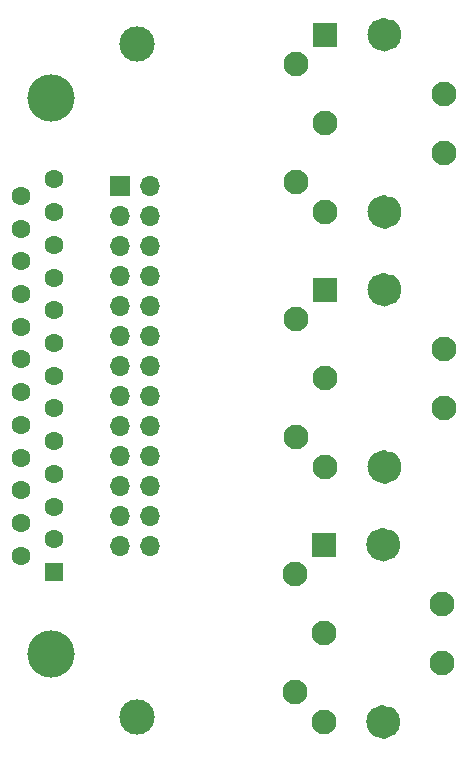
<source format=gbr>
%TF.GenerationSoftware,KiCad,Pcbnew,(5.1.10-1-10_14)*%
%TF.CreationDate,2021-11-16T12:10:24+01:00*%
%TF.ProjectId,Atari Export,41746172-6920-4457-9870-6f72742e6b69,rev?*%
%TF.SameCoordinates,Original*%
%TF.FileFunction,Soldermask,Bot*%
%TF.FilePolarity,Negative*%
%FSLAX46Y46*%
G04 Gerber Fmt 4.6, Leading zero omitted, Abs format (unit mm)*
G04 Created by KiCad (PCBNEW (5.1.10-1-10_14)) date 2021-11-16 12:10:24*
%MOMM*%
%LPD*%
G01*
G04 APERTURE LIST*
%ADD10C,1.449000*%
%ADD11C,3.000000*%
%ADD12C,4.000000*%
%ADD13C,1.600000*%
%ADD14R,1.600000X1.600000*%
%ADD15O,1.700000X1.700000*%
%ADD16R,1.700000X1.700000*%
%ADD17C,2.390000*%
%ADD18C,2.100000*%
%ADD19R,2.100000X2.100000*%
G04 APERTURE END LIST*
D10*
%TO.C,J3*%
X125692500Y-84340000D02*
G75*
G03*
X125692500Y-84340000I-724500J0D01*
G01*
X125692500Y-69330000D02*
G75*
G03*
X125692500Y-69330000I-724500J0D01*
G01*
%TO.C,J2*%
X125692500Y-62750000D02*
G75*
G03*
X125692500Y-62750000I-724500J0D01*
G01*
X125692500Y-47740000D02*
G75*
G03*
X125692500Y-47740000I-724500J0D01*
G01*
%TO.C,J4*%
X125592000Y-105930000D02*
G75*
G03*
X125592000Y-105930000I-724500J0D01*
G01*
X125592000Y-90920000D02*
G75*
G03*
X125592000Y-90920000I-724500J0D01*
G01*
%TD*%
D11*
%TO.C,REF\u002A\u002A*%
X104000000Y-105500000D03*
%TD*%
%TO.C,REF\u002A\u002A*%
X104000000Y-48500000D03*
%TD*%
D12*
%TO.C,J1*%
X96700000Y-100180000D03*
X96700000Y-53080000D03*
D13*
X94160000Y-61395000D03*
X94160000Y-64165000D03*
X94160000Y-66935000D03*
X94160000Y-69705000D03*
X94160000Y-72475000D03*
X94160000Y-75245000D03*
X94160000Y-78015000D03*
X94160000Y-80785000D03*
X94160000Y-83555000D03*
X94160000Y-86325000D03*
X94160000Y-89095000D03*
X94160000Y-91865000D03*
X97000000Y-60010000D03*
X97000000Y-62780000D03*
X97000000Y-65550000D03*
X97000000Y-68320000D03*
X97000000Y-71090000D03*
X97000000Y-73860000D03*
X97000000Y-76630000D03*
X97000000Y-79400000D03*
X97000000Y-82170000D03*
X97000000Y-84940000D03*
X97000000Y-87710000D03*
X97000000Y-90480000D03*
D14*
X97000000Y-93250000D03*
%TD*%
D15*
%TO.C,J5*%
X105105200Y-91033600D03*
X102565200Y-91033600D03*
X105105200Y-88493600D03*
X102565200Y-88493600D03*
X105105200Y-85953600D03*
X102565200Y-85953600D03*
X105105200Y-83413600D03*
X102565200Y-83413600D03*
X105105200Y-80873600D03*
X102565200Y-80873600D03*
X105105200Y-78333600D03*
X102565200Y-78333600D03*
X105105200Y-75793600D03*
X102565200Y-75793600D03*
X105105200Y-73253600D03*
X102565200Y-73253600D03*
X105105200Y-70713600D03*
X102565200Y-70713600D03*
X105105200Y-68173600D03*
X102565200Y-68173600D03*
X105105200Y-65633600D03*
X102565200Y-65633600D03*
X105105200Y-63093600D03*
X102565200Y-63093600D03*
X105105200Y-60553600D03*
D16*
X102565200Y-60553600D03*
%TD*%
D17*
%TO.C,J3*%
X124968000Y-84340000D03*
X124968000Y-69330000D03*
D18*
X129968000Y-79335000D03*
X129968000Y-74335000D03*
X119958000Y-76835000D03*
X119958000Y-84340000D03*
D19*
X119958000Y-69330000D03*
D18*
X117468000Y-81840000D03*
X117468000Y-71830000D03*
%TD*%
D17*
%TO.C,J2*%
X124968000Y-62750000D03*
X124968000Y-47740000D03*
D18*
X129968000Y-57745000D03*
X129968000Y-52745000D03*
X119958000Y-55245000D03*
X119958000Y-62750000D03*
D19*
X119958000Y-47740000D03*
D18*
X117468000Y-60250000D03*
X117468000Y-50240000D03*
%TD*%
D17*
%TO.C,J4*%
X124867500Y-105930000D03*
X124867500Y-90920000D03*
D18*
X129867500Y-100925000D03*
X129867500Y-95925000D03*
X119857500Y-98425000D03*
X119857500Y-105930000D03*
D19*
X119857500Y-90920000D03*
D18*
X117367500Y-103430000D03*
X117367500Y-93420000D03*
%TD*%
M02*

</source>
